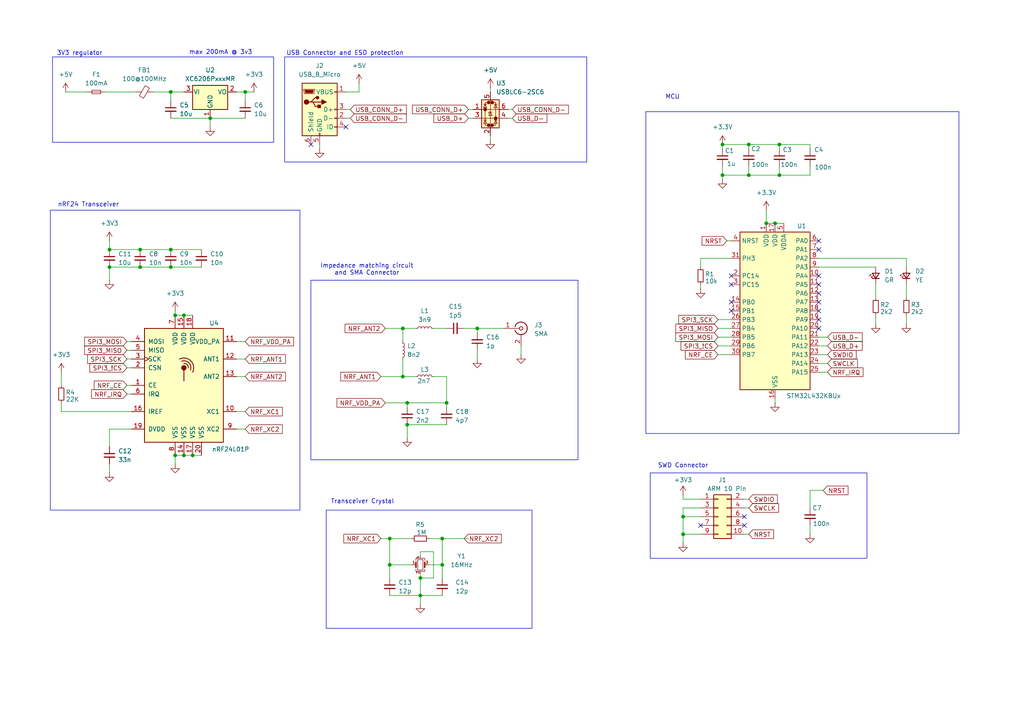
<source format=kicad_sch>
(kicad_sch (version 20231120) (generator "eeschema") (generator_version "8.0")
  (paper "A4")
  (title_block (title "STM32_Based_RF_BOARD") (date "2024-11-16") (company "Sartha'k Lab"))
  (lib_symbols
    (symbol "Connector:Conn_Coaxial" (pin_names (offset 1.016) hide)
      (property "Reference" "J" (at 0.254 3.048 0))
      (property "Value" "Conn_Coaxial" (at 2.921 0 90))
      (symbol "Conn_Coaxial_0_1"
        (arc (start -1.778 -0.508) (mid 0.2311 -1.8066) (end 1.778 0) (stroke (width 0.254)))
        (polyline (pts (xy -2.54 0) (xy -0.508 0)))
        (polyline (pts (xy 0 -2.54) (xy 0 -1.778)))
        (circle (center 0 0) (radius 0.508) (stroke (width 0.2032)))
        (arc (start 1.778 0) (mid 0.2099 1.8101) (end -1.778 0.508) (stroke (width 0.254)))
      )
      (symbol "Conn_Coaxial_1_1"
        (pin passive line (at -5.08 0 0) (length 2.54) (name "In") (number "1"))
        (pin passive line (at 0 -5.08 90) (length 2.54) (name "Ext") (number "2"))
      )
    )
    (symbol "Connector:USB_B_Micro" (pin_names (offset 1.016))
      (property "Reference" "J" (at -5.08 11.43 0))
      (property "Value" "USB_B_Micro" (at -5.08 8.89 0))
      (symbol "USB_B_Micro_0_1"
        (rectangle (start -5.08 -7.62) (end 5.08 7.62) (stroke (width 0.254)) (fill (type background)))
        (circle (center -3.81 2.159) (radius 0.635) (stroke (width 0.254)) (fill (type outline)))
        (circle (center -0.635 3.429) (radius 0.381) (stroke (width 0.254)) (fill (type outline)))
        (rectangle (start -0.127 -7.62) (end 0.127 -6.858))
        (polyline (pts (xy -1.905 2.159) (xy 0.635 2.159)) (stroke (width 0.254)))
        (polyline (pts (xy -3.175 2.159) (xy -2.54 2.159) (xy -1.27 3.429) (xy -0.635 3.429)) (stroke (width 0.254)))
        (polyline (pts (xy -2.54 2.159) (xy -1.905 2.159) (xy -1.27 0.889) (xy 0 0.889)) (stroke (width 0.254)))
        (polyline (pts (xy 0.635 2.794) (xy 0.635 1.524) (xy 1.905 2.159) (xy 0.635 2.794)) (stroke (width 0.254)) (fill (type outline)))
        (polyline (pts (xy -4.318 5.588) (xy -1.778 5.588) (xy -2.032 4.826) (xy -4.064 4.826) (xy -4.318 5.588)) (fill (type outline)))
        (polyline (pts (xy -4.699 5.842) (xy -4.699 5.588) (xy -4.445 4.826) (xy -4.445 4.572) (xy -1.651 4.572) (xy -1.651 4.826) (xy -1.397 5.588) (xy -1.397 5.842) (xy -4.699 5.842)))
        (rectangle (start 0.254 1.27) (end -0.508 0.508) (stroke (width 0.254)) (fill (type outline)))
        (rectangle (start 5.08 -5.207) (end 4.318 -4.953))
        (rectangle (start 5.08 -2.667) (end 4.318 -2.413))
        (rectangle (start 5.08 -0.127) (end 4.318 0.127))
        (rectangle (start 5.08 4.953) (end 4.318 5.207))
      )
      (symbol "USB_B_Micro_1_1"
        (pin power_out line (at 7.62 5.08 180) (length 2.54) (name "VBUS") (number "1"))
        (pin bidirectional line (at 7.62 -2.54 180) (length 2.54) (name "D-") (number "2"))
        (pin bidirectional line (at 7.62 0 180) (length 2.54) (name "D+") (number "3"))
        (pin passive line (at 7.62 -5.08 180) (length 2.54) (name "ID") (number "4"))
        (pin power_out line (at 0 -10.16 90) (length 2.54) (name "GND") (number "5"))
        (pin passive line (at -2.54 -10.16 90) (length 2.54) (name "Shield") (number "6"))
      )
    )
    (symbol "Connector_Generic:Conn_02x05_Odd_Even" (pin_names (offset 1.016) hide)
      (property "Reference" "J" (at 1.27 7.62 0))
      (property "Value" "Conn_02x05_Odd_Even" (at 1.27 -7.62 0))
      (symbol "Conn_02x05_Odd_Even_1_1"
        (rectangle (start -1.27 -4.953) (end 0 -5.207) (stroke (width 0.1524)))
        (rectangle (start -1.27 -2.413) (end 0 -2.667) (stroke (width 0.1524)))
        (rectangle (start -1.27 0.127) (end 0 -0.127) (stroke (width 0.1524)))
        (rectangle (start -1.27 2.667) (end 0 2.413) (stroke (width 0.1524)))
        (rectangle (start -1.27 5.207) (end 0 4.953) (stroke (width 0.1524)))
        (rectangle (start -1.27 6.35) (end 3.81 -6.35) (stroke (width 0.254)) (fill (type background)))
        (rectangle (start 3.81 -4.953) (end 2.54 -5.207) (stroke (width 0.1524)))
        (rectangle (start 3.81 -2.413) (end 2.54 -2.667) (stroke (width 0.1524)))
        (rectangle (start 3.81 0.127) (end 2.54 -0.127) (stroke (width 0.1524)))
        (rectangle (start 3.81 2.667) (end 2.54 2.413) (stroke (width 0.1524)))
        (rectangle (start 3.81 5.207) (end 2.54 4.953) (stroke (width 0.1524)))
        (pin passive line (at -5.08 5.08 0) (length 3.81) (name "Pin_1") (number "1"))
        (pin passive line (at 7.62 -5.08 180) (length 3.81) (name "Pin_10") (number "10"))
        (pin passive line (at 7.62 5.08 180) (length 3.81) (name "Pin_2") (number "2"))
        (pin passive line (at -5.08 2.54 0) (length 3.81) (name "Pin_3") (number "3"))
        (pin passive line (at 7.62 2.54 180) (length 3.81) (name "Pin_4") (number "4"))
        (pin passive line (at -5.08 0 0) (length 3.81) (name "Pin_5") (number "5"))
        (pin passive line (at 7.62 0 180) (length 3.81) (name "Pin_6") (number "6"))
        (pin passive line (at -5.08 -2.54 0) (length 3.81) (name "Pin_7") (number "7"))
        (pin passive line (at 7.62 -2.54 180) (length 3.81) (name "Pin_8") (number "8"))
        (pin passive line (at -5.08 -5.08 0) (length 3.81) (name "Pin_9") (number "9"))
      )
    )
    (symbol "Device:C_Small" (pin_numbers hide) (pin_names (offset 0.254) hide)
      (property "Reference" "C" (at 0.254 1.778 0))
      (property "Value" "C_Small" (at 0.254 -2.032 0))
      (symbol "C_Small_0_1"
        (polyline (pts (xy -1.524 -0.508) (xy 1.524 -0.508)) (stroke (width 0.3302)))
        (polyline (pts (xy -1.524 0.508) (xy 1.524 0.508)) (stroke (width 0.3048)))
      )
      (symbol "C_Small_1_1"
        (pin passive line (at 0 2.54 270) (length 2.032) (name "~") (number "1"))
        (pin passive line (at 0 -2.54 90) (length 2.032) (name "~") (number "2"))
      )
    )
    (symbol "Device:Crystal_GND24_Small" (pin_names (offset 1.016) hide)
      (property "Reference" "Y" (at 1.27 4.445 0))
      (property "Value" "Crystal_GND24_Small" (at 1.27 2.54 0))
      (symbol "Crystal_GND24_Small_0_1"
        (rectangle (start -0.762 -1.524) (end 0.762 1.524))
        (polyline (pts (xy -1.27 -0.762) (xy -1.27 0.762)) (stroke (width 0.381)))
        (polyline (pts (xy 1.27 -0.762) (xy 1.27 0.762)) (stroke (width 0.381)))
        (polyline (pts (xy -1.27 -1.27) (xy -1.27 -1.905) (xy 1.27 -1.905) (xy 1.27 -1.27)))
        (polyline (pts (xy -1.27 1.27) (xy -1.27 1.905) (xy 1.27 1.905) (xy 1.27 1.27)))
      )
      (symbol "Crystal_GND24_Small_1_1"
        (pin passive line (at -2.54 0 0) (length 1.27) (name "1") (number "1"))
        (pin passive line (at 0 -2.54 90) (length 0.635) (name "2") (number "2"))
        (pin passive line (at 2.54 0 180) (length 1.27) (name "3") (number "3"))
        (pin passive line (at 0 2.54 270) (length 0.635) (name "4") (number "4"))
      )
    )
    (symbol "Device:FerriteBead_Small" (pin_numbers hide) (pin_names (offset 0))
      (property "Reference" "FB" (at 1.905 1.27 0))
      (property "Value" "FerriteBead_Small" (at 1.905 -1.27 0))
      (symbol "FerriteBead_Small_0_1"
        (polyline (pts (xy 0 -1.27) (xy 0 -0.7874)))
        (polyline (pts (xy 0 0.889) (xy 0 1.2954)))
        (polyline (pts (xy -1.8288 0.2794) (xy -1.1176 1.4986) (xy 1.8288 -0.2032) (xy 1.1176 -1.4224) (xy -1.8288 0.2794)))
      )
      (symbol "FerriteBead_Small_1_1"
        (pin passive line (at 0 2.54 270) (length 1.27) (name "~") (number "1"))
        (pin passive line (at 0 -2.54 90) (length 1.27) (name "~") (number "2"))
      )
    )
    (symbol "Device:Fuse_Small" (pin_numbers hide) (pin_names (offset 0.254) hide)
      (property "Reference" "F" (at 0 -1.524 0))
      (property "Value" "Fuse_Small" (at 0 1.524 0))
      (symbol "Fuse_Small_0_1"
        (rectangle (start -1.27 0.508) (end 1.27 -0.508))
        (polyline (pts (xy -1.27 0) (xy 1.27 0)))
      )
      (symbol "Fuse_Small_1_1"
        (pin passive line (at -2.54 0 0) (length 1.27) (name "~") (number "1"))
        (pin passive line (at 2.54 0 180) (length 1.27) (name "~") (number "2"))
      )
    )
    (symbol "Device:LED_Small" (pin_numbers hide) (pin_names (offset 0.254) hide)
      (property "Reference" "D" (at -1.27 3.175 0))
      (property "Value" "LED_Small" (at -4.445 -2.54 0))
      (symbol "LED_Small_0_1"
        (polyline (pts (xy -0.762 -1.016) (xy -0.762 1.016)) (stroke (width 0.254)))
        (polyline (pts (xy 1.016 0) (xy -0.762 0)))
        (polyline (pts (xy 0.762 -1.016) (xy -0.762 0) (xy 0.762 1.016) (xy 0.762 -1.016)) (stroke (width 0.254)))
        (polyline (pts (xy 0 0.762) (xy -0.508 1.27) (xy -0.254 1.27) (xy -0.508 1.27) (xy -0.508 1.016)))
        (polyline (pts (xy 0.508 1.27) (xy 0 1.778) (xy 0.254 1.778) (xy 0 1.778) (xy 0 1.524)))
      )
      (symbol "LED_Small_1_1"
        (pin passive line (at -2.54 0 0) (length 1.778) (name "K") (number "1"))
        (pin passive line (at 2.54 0 180) (length 1.778) (name "A") (number "2"))
      )
    )
    (symbol "Device:L_Small" (pin_numbers hide) (pin_names (offset 0.254) hide)
      (property "Reference" "L" (at 0.762 1.016 0))
      (property "Value" "L_Small" (at 0.762 -1.016 0))
      (symbol "L_Small_0_1"
        (arc (start 0 -2.032) (mid 0.5058 -1.524) (end 0 -1.016))
        (arc (start 0 -1.016) (mid 0.5058 -0.508) (end 0 0))
        (arc (start 0 0) (mid 0.5058 0.508) (end 0 1.016))
        (arc (start 0 1.016) (mid 0.5058 1.524) (end 0 2.032))
      )
      (symbol "L_Small_1_1"
        (pin passive line (at 0 2.54 270) (length 0.508) (name "~") (number "1"))
        (pin passive line (at 0 -2.54 90) (length 0.508) (name "~") (number "2"))
      )
    )
    (symbol "Device:R_Small" (pin_numbers hide) (pin_names (offset 0.254) hide)
      (property "Reference" "R" (at 0.762 0.508 0))
      (property "Value" "R_Small" (at 0.762 -1.016 0))
      (symbol "R_Small_0_1"
        (rectangle (start -0.762 1.778) (end 0.762 -1.778) (stroke (width 0.2032)))
      )
      (symbol "R_Small_1_1"
        (pin passive line (at 0 2.54 270) (length 0.762) (name "~") (number "1"))
        (pin passive line (at 0 -2.54 90) (length 0.762) (name "~") (number "2"))
      )
    )
    (symbol "MCU_ST_STM32L4:STM32L432KBUx"
      (property "Reference" "U" (at -10.16 24.13 0))
      (property "Value" "STM32L432KBUx" (at 5.08 24.13 0))
      (symbol "STM32L432KBUx_0_1"
        (rectangle (start -10.16 -22.86) (end 10.16 22.86) (stroke (width 0.254)) (fill (type background)))
      )
      (symbol "STM32L432KBUx_1_1"
        (pin power_in line (at -2.54 25.4 270) (length 2.54) (name "VDD") (number "1"))
        (pin bidirectional line (at 12.7 10.16 180) (length 2.54) (name "PA4") (number "10"))
        (pin bidirectional line (at 12.7 7.62 180) (length 2.54) (name "PA5") (number "11"))
        (pin bidirectional line (at 12.7 5.08 180) (length 2.54) (name "PA6") (number "12"))
        (pin bidirectional line (at 12.7 2.54 180) (length 2.54) (name "PA7") (number "13"))
        (pin bidirectional line (at -12.7 2.54 0) (length 2.54) (name "PB0") (number "14"))
        (pin bidirectional line (at -12.7 0 0) (length 2.54) (name "PB1") (number "15"))
        (pin power_in line (at 0 -25.4 90) (length 2.54) (name "VSS") (number "16"))
        (pin power_in line (at 0 25.4 270) (length 2.54) (name "VDD") (number "17"))
        (pin bidirectional line (at 12.7 0 180) (length 2.54) (name "PA8") (number "18"))
        (pin bidirectional line (at 12.7 -2.54 180) (length 2.54) (name "PA9") (number "19"))
        (pin bidirectional line (at -12.7 10.16 0) (length 2.54) (name "PC14") (number "2"))
        (pin bidirectional line (at 12.7 -5.08 180) (length 2.54) (name "PA10") (number "20"))
        (pin bidirectional line (at 12.7 -7.62 180) (length 2.54) (name "PA11") (number "21"))
        (pin bidirectional line (at 12.7 -10.16 180) (length 2.54) (name "PA12") (number "22"))
        (pin bidirectional line (at 12.7 -12.7 180) (length 2.54) (name "PA13") (number "23"))
        (pin bidirectional line (at 12.7 -15.24 180) (length 2.54) (name "PA14") (number "24"))
        (pin bidirectional line (at 12.7 -17.78 180) (length 2.54) (name "PA15") (number "25"))
        (pin bidirectional line (at -12.7 -2.54 0) (length 2.54) (name "PB3") (number "26"))
        (pin bidirectional line (at -12.7 -5.08 0) (length 2.54) (name "PB4") (number "27"))
        (pin bidirectional line (at -12.7 -7.62 0) (length 2.54) (name "PB5") (number "28"))
        (pin bidirectional line (at -12.7 -10.16 0) (length 2.54) (name "PB6") (number "29"))
        (pin bidirectional line (at -12.7 7.62 0) (length 2.54) (name "PC15") (number "3"))
        (pin bidirectional line (at -12.7 -12.7 0) (length 2.54) (name "PB7") (number "30"))
        (pin bidirectional line (at -12.7 15.24 0) (length 2.54) (name "PH3") (number "31"))
        (pin passive line (at 0 -25.4 90) (length 2.54) hide (name "VSS") (number "32"))
        (pin passive line (at 0 -25.4 90) (length 2.54) hide (name "VSS") (number "33"))
        (pin input line (at -12.7 20.32 0) (length 2.54) (name "NRST") (number "4"))
        (pin power_in line (at 2.54 25.4 270) (length 2.54) (name "VDDA") (number "5"))
        (pin bidirectional line (at 12.7 20.32 180) (length 2.54) (name "PA0") (number "6"))
        (pin bidirectional line (at 12.7 17.78 180) (length 2.54) (name "PA1") (number "7"))
        (pin bidirectional line (at 12.7 15.24 180) (length 2.54) (name "PA2") (number "8"))
        (pin bidirectional line (at 12.7 12.7 180) (length 2.54) (name "PA3") (number "9"))
      )
    )
    (symbol "Power_Protection:USBLC6-2SC6" (pin_names hide)
      (property "Reference" "U" (at 0.635 5.715 0))
      (property "Value" "USBLC6-2SC6" (at 0.635 3.81 0))
      (symbol "USBLC6-2SC6_0_0"
        (circle (center -1.524 0) (radius 0.0001) (stroke (width 0.508)))
        (circle (center -0.508 -4.572) (radius 0.0001) (stroke (width 0.508)))
        (circle (center -0.508 2.032) (radius 0.0001) (stroke (width 0.508)))
        (circle (center 0.508 -4.572) (radius 0.0001) (stroke (width 0.508)))
        (circle (center 0.508 2.032) (radius 0.0001) (stroke (width 0.508)))
        (circle (center 1.524 -2.54) (radius 0.0001) (stroke (width 0.508)))
      )
      (symbol "USBLC6-2SC6_0_1"
        (polyline (pts (xy -2.54 -2.54) (xy 2.54 -2.54)))
        (polyline (pts (xy -2.54 0) (xy 2.54 0)))
        (polyline (pts (xy -2.032 -3.048) (xy -1.016 -3.048)))
        (polyline (pts (xy -1.016 1.524) (xy -2.032 1.524)))
        (polyline (pts (xy 1.016 -3.048) (xy 2.032 -3.048)))
        (polyline (pts (xy 1.016 1.524) (xy 2.032 1.524)))
        (polyline (pts (xy -0.508 -1.143) (xy -0.508 -0.762) (xy 0.508 -0.762)))
        (polyline (pts (xy -2.032 0.508) (xy -1.016 0.508) (xy -1.524 1.524) (xy -2.032 0.508)))
        (polyline (pts (xy -1.016 -4.064) (xy -2.032 -4.064) (xy -1.524 -3.048) (xy -1.016 -4.064)))
        (polyline (pts (xy 0.508 -1.778) (xy -0.508 -1.778) (xy 0 -0.762) (xy 0.508 -1.778)))
        (polyline (pts (xy 2.032 -4.064) (xy 1.016 -4.064) (xy 1.524 -3.048) (xy 2.032 -4.064)))
        (polyline (pts (xy 2.032 0.508) (xy 1.016 0.508) (xy 1.524 1.524) (xy 2.032 0.508)))
        (polyline (pts (xy 0 2.54) (xy -0.508 2.032) (xy 0.508 2.032) (xy 0 1.524) (xy 0 -4.064) (xy -0.508 -4.572) (xy 0.508 -4.572) (xy 0 -5.08)))
      )
      (symbol "USBLC6-2SC6_1_1"
        (rectangle (start -2.54 2.794) (end 2.54 -5.334) (stroke (width 0.254)) (fill (type background)))
        (polyline (pts (xy -0.508 2.032) (xy -1.524 2.032) (xy -1.524 -4.572) (xy -0.508 -4.572)))
        (polyline (pts (xy 0.508 -4.572) (xy 1.524 -4.572) (xy 1.524 2.032) (xy 0.508 2.032)))
        (pin passive line (at -5.08 0 0) (length 2.54) (name "I/O1") (number "1"))
        (pin passive line (at 0 -7.62 90) (length 2.54) (name "GND") (number "2"))
        (pin passive line (at -5.08 -2.54 0) (length 2.54) (name "I/O2") (number "3"))
        (pin passive line (at 5.08 -2.54 180) (length 2.54) (name "I/O2") (number "4"))
        (pin passive line (at 0 5.08 270) (length 2.54) (name "VBUS") (number "5"))
        (pin passive line (at 5.08 0 180) (length 2.54) (name "I/O1") (number "6"))
      )
    )
    (symbol "RF:nRF24L01P" (pin_names (offset 1.016))
      (property "Reference" "U" (at -11.43 17.78 0))
      (property "Value" "nRF24L01P" (at 5.08 17.78 0))
      (symbol "nRF24L01P_0_1"
        (rectangle (start -11.43 16.51) (end 11.43 -16.51) (stroke (width 0.254)) (fill (type background)))
        (polyline (pts (xy 0 4.445) (xy 0 1.27)) (stroke (width 0.254)))
        (circle (center 0 5.08) (radius 0.635) (stroke (width 0.254)) (fill (type outline)))
        (arc (start 1.27 5.08) (mid 0.9071 5.9946) (end 0 6.35) (stroke (width 0.254)))
        (arc (start 1.905 4.445) (mid 1.4313 6.5254) (end -0.635 6.985) (stroke (width 0.254)))
        (arc (start 2.54 3.81) (mid 2.008 7.088) (end -1.27 7.62) (stroke (width 0.254)))
        (rectangle (start 11.43 -13.97) (end 11.43 -13.97))
      )
      (symbol "nRF24L01P_1_1"
        (pin input line (at -15.24 0 0) (length 3.81) (name "CE") (number "1"))
        (pin passive line (at 15.24 -7.62 180) (length 3.81) (name "XC1") (number "10"))
        (pin power_out line (at 15.24 12.7 180) (length 3.81) (name "VDD_PA") (number "11"))
        (pin passive line (at 15.24 7.62 180) (length 3.81) (name "ANT1") (number "12"))
        (pin passive line (at 15.24 2.54 180) (length 3.81) (name "ANT2") (number "13"))
        (pin power_in line (at 0 -20.32 90) (length 3.81) (name "VSS") (number "14"))
        (pin power_in line (at 0 20.32 270) (length 3.81) (name "VDD") (number "15"))
        (pin passive line (at -15.24 -7.62 0) (length 3.81) (name "IREF") (number "16"))
        (pin power_in line (at 2.54 -20.32 90) (length 3.81) (name "VSS") (number "17"))
        (pin power_in line (at 2.54 20.32 270) (length 3.81) (name "VDD") (number "18"))
        (pin power_out line (at -15.24 -12.7 0) (length 3.81) (name "DVDD") (number "19"))
        (pin input line (at -15.24 5.08 0) (length 3.81) (name "CSN") (number "2"))
        (pin power_in line (at 5.08 -20.32 90) (length 3.81) (name "VSS") (number "20"))
        (pin input clock (at -15.24 7.62 0) (length 3.81) (name "SCK") (number "3"))
        (pin input line (at -15.24 12.7 0) (length 3.81) (name "MOSI") (number "4"))
        (pin output line (at -15.24 10.16 0) (length 3.81) (name "MISO") (number "5"))
        (pin output line (at -15.24 -2.54 0) (length 3.81) (name "IRQ") (number "6"))
        (pin power_in line (at -2.54 20.32 270) (length 3.81) (name "VDD") (number "7"))
        (pin power_in line (at -2.54 -20.32 90) (length 3.81) (name "VSS") (number "8"))
        (pin passive line (at 15.24 -12.7 180) (length 3.81) (name "XC2") (number "9"))
      )
    )
    (symbol "Regulator_Linear:XC6206PxxxMR" (pin_names (offset 0.254))
      (property "Reference" "U" (at -3.81 3.175 0))
      (property "Value" "XC6206PxxxMR" (at 0 3.175 0))
      (symbol "XC6206PxxxMR_0_1"
        (rectangle (start -5.08 1.905) (end 5.08 -5.08) (stroke (width 0.254)) (fill (type background)))
      )
      (symbol "XC6206PxxxMR_1_1"
        (pin power_in line (at 0 -7.62 90) (length 2.54) (name "GND") (number "1"))
        (pin power_out line (at 7.62 0 180) (length 2.54) (name "VO") (number "2"))
        (pin power_in line (at -7.62 0 0) (length 2.54) (name "VI") (number "3"))
      )
    )
    (symbol "power:+3.3V" (power) (pin_numbers hide) (pin_names (offset 0) hide)
      (property "Value" "+3.3V" (at 0 3.556 0))
      (symbol "+3.3V_0_1"
        (polyline (pts (xy -0.762 1.27) (xy 0 2.54)))
        (polyline (pts (xy 0 0) (xy 0 2.54)))
        (polyline (pts (xy 0 2.54) (xy 0.762 1.27)))
      )
      (symbol "+3.3V_1_1"
        (pin power_in line (at 0 0 90) (length 0) (name "~") (number "1"))
      )
    )
    (symbol "power:+3V3" (power) (pin_numbers hide) (pin_names (offset 0) hide)
      (property "Value" "+3V3" (at 0 3.556 0))
      (symbol "+3V3_0_1"
        (polyline (pts (xy -0.762 1.27) (xy 0 2.54)))
        (polyline (pts (xy 0 0) (xy 0 2.54)))
        (polyline (pts (xy 0 2.54) (xy 0.762 1.27)))
      )
      (symbol "+3V3_1_1"
        (pin power_in line (at 0 0 90) (length 0) (name "~") (number "1"))
      )
    )
    (symbol "power:+5V" (power) (pin_numbers hide) (pin_names (offset 0) hide)
      (property "Value" "+5V" (at 0 3.556 0))
      (symbol "+5V_0_1"
        (polyline (pts (xy -0.762 1.27) (xy 0 2.54)))
        (polyline (pts (xy 0 0) (xy 0 2.54)))
        (polyline (pts (xy 0 2.54) (xy 0.762 1.27)))
      )
      (symbol "+5V_1_1"
        (pin power_in line (at 0 0 90) (length 0) (name "~") (number "1"))
      )
    )
    (symbol "power:GND" (power) (pin_numbers hide) (pin_names (offset 0) hide)
      (property "Value" "GND" (at 0 -3.81 0))
      (symbol "GND_0_1"
        (polyline (pts (xy 0 0) (xy 0 -1.27) (xy 1.27 -1.27) (xy 0 -2.54) (xy -1.27 -1.27) (xy 0 -1.27)))
      )
      (symbol "GND_1_1"
        (pin power_in line (at 0 0 270) (length 0) (name "~") (number "1"))
      )
    )
  )
  (junction (at 217.17 50.8))
  (junction (at 217.17 41.91))
  (junction (at 50.8 132.08))
  (junction (at 55.88 132.08))
  (junction (at 49.53 72.39))
  (junction (at 50.8 91.44))
  (junction (at 121.92 167.64))
  (junction (at 31.75 77.47))
  (junction (at 198.12 154.94))
  (junction (at 138.43 95.25))
  (junction (at 31.75 72.39))
  (junction (at 129.54 116.84))
  (junction (at 118.11 123.19))
  (junction (at 60.96 34.29))
  (junction (at 53.34 132.08))
  (junction (at 49.53 77.47))
  (junction (at 128.27 156.21))
  (junction (at 222.25 64.77))
  (junction (at 224.79 64.77))
  (junction (at 40.64 77.47))
  (junction (at 226.06 50.8))
  (junction (at 226.06 41.91))
  (junction (at 128.27 163.83))
  (junction (at 49.53 26.67))
  (junction (at 71.12 26.67))
  (junction (at 209.55 50.8))
  (junction (at 113.03 163.83))
  (junction (at 113.03 156.21))
  (junction (at 116.84 95.25))
  (junction (at 198.12 149.86))
  (junction (at 118.11 116.84))
  (junction (at 116.84 109.22))
  (junction (at 209.55 41.91))
  (junction (at 53.34 91.44))
  (junction (at 40.64 72.39))
  (junction (at 121.92 172.72))
  (no_connect (at 237.49 82.55))
  (no_connect (at 100.33 36.83))
  (no_connect (at 215.9 149.86))
  (no_connect (at 237.49 80.01))
  (no_connect (at 215.9 152.4))
  (no_connect (at 212.09 90.17))
  (no_connect (at 212.09 80.01))
  (no_connect (at 212.09 82.55))
  (no_connect (at 237.49 69.85))
  (no_connect (at 237.49 87.63))
  (no_connect (at 237.49 90.17))
  (no_connect (at 237.49 72.39))
  (no_connect (at 203.2 152.4))
  (no_connect (at 237.49 85.09))
  (no_connect (at 90.17 41.91))
  (no_connect (at 237.49 92.71))
  (no_connect (at 212.09 87.63))
  (no_connect (at 237.49 95.25))
  (wire (pts (xy 208.28 97.79) (xy 212.09 97.79)))
  (wire (pts (xy 215.9 154.94) (xy 217.17 154.94)))
  (wire (pts (xy 125.73 167.64) (xy 121.92 167.64)))
  (wire (pts (xy 142.24 25.4) (xy 142.24 26.67)))
  (wire (pts (xy 151.13 100.33) (xy 151.13 102.87)))
  (wire (pts (xy 129.54 109.22) (xy 129.54 116.84)))
  (wire (pts (xy 226.06 41.91) (xy 234.95 41.91)))
  (wire (pts (xy 209.55 48.26) (xy 209.55 50.8)))
  (wire (pts (xy 124.46 163.83) (xy 128.27 163.83)))
  (wire (pts (xy 17.78 116.84) (xy 17.78 119.38)))
  (wire (pts (xy 113.03 156.21) (xy 113.03 163.83)))
  (wire (pts (xy 198.12 149.86) (xy 203.2 149.86)))
  (wire (pts (xy 60.96 34.29) (xy 71.12 34.29)))
  (wire (pts (xy 224.79 115.57) (xy 224.79 116.84)))
  (wire (pts (xy 121.92 172.72) (xy 121.92 175.26)))
  (wire (pts (xy 53.34 91.44) (xy 55.88 91.44)))
  (wire (pts (xy 68.58 99.06) (xy 71.12 99.06)))
  (wire (pts (xy 138.43 95.25) (xy 146.05 95.25)))
  (wire (pts (xy 262.89 74.93) (xy 262.89 77.47)))
  (wire (pts (xy 118.11 127) (xy 118.11 123.19)))
  (wire (pts (xy 19.05 26.67) (xy 25.4 26.67)))
  (wire (pts (xy 92.71 41.91) (xy 92.71 43.18)))
  (wire (pts (xy 68.58 104.14) (xy 71.12 104.14)))
  (wire (pts (xy 121.92 172.72) (xy 128.27 172.72)))
  (wire (pts (xy 36.83 104.14) (xy 38.1 104.14)))
  (wire (pts (xy 135.89 31.75) (xy 137.16 31.75)))
  (wire (pts (xy 198.12 147.32) (xy 198.12 149.86)))
  (wire (pts (xy 222.25 60.96) (xy 222.25 64.77)))
  (wire (pts (xy 50.8 90.17) (xy 50.8 91.44)))
  (wire (pts (xy 208.28 92.71) (xy 212.09 92.71)))
  (wire (pts (xy 237.49 107.95) (xy 240.03 107.95)))
  (wire (pts (xy 198.12 154.94) (xy 203.2 154.94)))
  (wire (pts (xy 147.32 34.29) (xy 148.59 34.29)))
  (wire (pts (xy 121.92 160.02) (xy 125.73 160.02)))
  (wire (pts (xy 203.2 82.55) (xy 203.2 83.82)))
  (wire (pts (xy 215.9 144.78) (xy 217.17 144.78)))
  (wire (pts (xy 113.03 156.21) (xy 119.38 156.21)))
  (wire (pts (xy 198.12 154.94) (xy 198.12 157.48)))
  (wire (pts (xy 237.49 102.87) (xy 240.03 102.87)))
  (wire (pts (xy 203.2 74.93) (xy 203.2 77.47)))
  (wire (pts (xy 226.06 41.91) (xy 226.06 43.18)))
  (wire (pts (xy 209.55 41.91) (xy 217.17 41.91)))
  (wire (pts (xy 53.34 132.08) (xy 55.88 132.08)))
  (wire (pts (xy 116.84 109.22) (xy 120.65 109.22)))
  (wire (pts (xy 17.78 119.38) (xy 38.1 119.38)))
  (wire (pts (xy 100.33 31.75) (xy 101.6 31.75)))
  (wire (pts (xy 104.14 26.67) (xy 100.33 26.67)))
  (wire (pts (xy 125.73 109.22) (xy 129.54 109.22)))
  (wire (pts (xy 254 82.55) (xy 254 86.36)))
  (wire (pts (xy 111.76 95.25) (xy 116.84 95.25)))
  (wire (pts (xy 36.83 99.06) (xy 38.1 99.06)))
  (wire (pts (xy 138.43 95.25) (xy 138.43 96.52)))
  (wire (pts (xy 198.12 144.78) (xy 203.2 144.78)))
  (wire (pts (xy 36.83 114.3) (xy 38.1 114.3)))
  (wire (pts (xy 237.49 74.93) (xy 262.89 74.93)))
  (wire (pts (xy 129.54 116.84) (xy 129.54 118.11)))
  (wire (pts (xy 17.78 107.95) (xy 17.78 111.76)))
  (wire (pts (xy 210.82 69.85) (xy 212.09 69.85)))
  (wire (pts (xy 40.64 77.47) (xy 49.53 77.47)))
  (wire (pts (xy 38.1 124.46) (xy 31.75 124.46)))
  (wire (pts (xy 110.49 109.22) (xy 116.84 109.22)))
  (wire (pts (xy 36.83 101.6) (xy 38.1 101.6)))
  (wire (pts (xy 254 91.44) (xy 254 93.98)))
  (wire (pts (xy 113.03 163.83) (xy 119.38 163.83)))
  (wire (pts (xy 124.46 156.21) (xy 128.27 156.21)))
  (wire (pts (xy 68.58 124.46) (xy 71.12 124.46)))
  (wire (pts (xy 50.8 91.44) (xy 53.34 91.44)))
  (wire (pts (xy 215.9 147.32) (xy 217.17 147.32)))
  (wire (pts (xy 203.2 147.32) (xy 198.12 147.32)))
  (wire (pts (xy 224.79 64.77) (xy 227.33 64.77)))
  (wire (pts (xy 125.73 160.02) (xy 125.73 167.64)))
  (wire (pts (xy 116.84 104.14) (xy 116.84 109.22)))
  (wire (pts (xy 71.12 26.67) (xy 73.66 26.67)))
  (wire (pts (xy 237.49 77.47) (xy 254 77.47)))
  (wire (pts (xy 198.12 149.86) (xy 198.12 154.94)))
  (wire (pts (xy 121.92 166.37) (xy 121.92 167.64)))
  (wire (pts (xy 209.55 50.8) (xy 217.17 50.8)))
  (wire (pts (xy 31.75 134.62) (xy 31.75 137.16)))
  (wire (pts (xy 226.06 48.26) (xy 226.06 50.8)))
  (wire (pts (xy 208.28 102.87) (xy 212.09 102.87)))
  (wire (pts (xy 40.64 72.39) (xy 49.53 72.39)))
  (wire (pts (xy 111.76 116.84) (xy 118.11 116.84)))
  (wire (pts (xy 36.83 106.68) (xy 38.1 106.68)))
  (wire (pts (xy 198.12 143.51) (xy 198.12 144.78)))
  (wire (pts (xy 30.48 26.67) (xy 39.37 26.67)))
  (wire (pts (xy 121.92 167.64) (xy 121.92 172.72)))
  (wire (pts (xy 110.49 156.21) (xy 113.03 156.21)))
  (wire (pts (xy 116.84 95.25) (xy 116.84 99.06)))
  (wire (pts (xy 217.17 41.91) (xy 217.17 43.18)))
  (wire (pts (xy 116.84 95.25) (xy 120.65 95.25)))
  (wire (pts (xy 118.11 116.84) (xy 118.11 118.11)))
  (wire (pts (xy 31.75 77.47) (xy 40.64 77.47)))
  (wire (pts (xy 125.73 95.25) (xy 129.54 95.25)))
  (wire (pts (xy 104.14 24.13) (xy 104.14 26.67)))
  (wire (pts (xy 100.33 34.29) (xy 101.6 34.29)))
  (wire (pts (xy 209.55 43.18) (xy 209.55 41.91)))
  (wire (pts (xy 128.27 156.21) (xy 135.89 156.21)))
  (wire (pts (xy 138.43 101.6) (xy 138.43 104.14)))
  (wire (pts (xy 234.95 152.4) (xy 234.95 154.94)))
  (wire (pts (xy 237.49 105.41) (xy 240.03 105.41)))
  (wire (pts (xy 262.89 91.44) (xy 262.89 93.98)))
  (wire (pts (xy 60.96 34.29) (xy 60.96 36.83)))
  (wire (pts (xy 121.92 161.29) (xy 121.92 160.02)))
  (wire (pts (xy 135.89 34.29) (xy 137.16 34.29)))
  (wire (pts (xy 113.03 172.72) (xy 121.92 172.72)))
  (wire (pts (xy 31.75 124.46) (xy 31.75 129.54)))
  (wire (pts (xy 50.8 132.08) (xy 53.34 132.08)))
  (wire (pts (xy 128.27 163.83) (xy 128.27 167.64)))
  (wire (pts (xy 49.53 26.67) (xy 49.53 29.21)))
  (wire (pts (xy 217.17 41.91) (xy 226.06 41.91)))
  (wire (pts (xy 212.09 74.93) (xy 203.2 74.93)))
  (wire (pts (xy 31.75 81.28) (xy 31.75 77.47)))
  (wire (pts (xy 217.17 50.8) (xy 226.06 50.8)))
  (wire (pts (xy 262.89 82.55) (xy 262.89 86.36)))
  (wire (pts (xy 209.55 52.07) (xy 209.55 50.8)))
  (wire (pts (xy 147.32 31.75) (xy 148.59 31.75)))
  (wire (pts (xy 31.75 72.39) (xy 40.64 72.39)))
  (wire (pts (xy 71.12 29.21) (xy 71.12 26.67)))
  (wire (pts (xy 217.17 48.26) (xy 217.17 50.8)))
  (wire (pts (xy 36.83 111.76) (xy 38.1 111.76)))
  (wire (pts (xy 55.88 132.08) (xy 58.42 132.08)))
  (wire (pts (xy 49.53 26.67) (xy 53.34 26.67)))
  (wire (pts (xy 234.95 41.91) (xy 234.95 43.18)))
  (wire (pts (xy 68.58 109.22) (xy 71.12 109.22)))
  (wire (pts (xy 208.28 100.33) (xy 212.09 100.33)))
  (wire (pts (xy 238.76 142.24) (xy 234.95 142.24)))
  (wire (pts (xy 31.75 69.85) (xy 31.75 72.39)))
  (wire (pts (xy 234.95 50.8) (xy 234.95 48.26)))
  (wire (pts (xy 113.03 163.83) (xy 113.03 167.64)))
  (wire (pts (xy 237.49 97.79) (xy 240.03 97.79)))
  (wire (pts (xy 68.58 119.38) (xy 71.12 119.38)))
  (wire (pts (xy 49.53 77.47) (xy 58.42 77.47)))
  (wire (pts (xy 222.25 64.77) (xy 224.79 64.77)))
  (wire (pts (xy 49.53 72.39) (xy 58.42 72.39)))
  (wire (pts (xy 128.27 156.21) (xy 128.27 163.83)))
  (wire (pts (xy 142.24 39.37) (xy 142.24 40.64)))
  (wire (pts (xy 49.53 34.29) (xy 60.96 34.29)))
  (wire (pts (xy 50.8 132.08) (xy 50.8 134.62)))
  (wire (pts (xy 118.11 123.19) (xy 129.54 123.19)))
  (wire (pts (xy 118.11 116.84) (xy 129.54 116.84)))
  (wire (pts (xy 226.06 50.8) (xy 234.95 50.8)))
  (wire (pts (xy 208.28 95.25) (xy 212.09 95.25)))
  (wire (pts (xy 71.12 26.67) (xy 68.58 26.67)))
  (wire (pts (xy 234.95 142.24) (xy 234.95 147.32)))
  (wire (pts (xy 44.45 26.67) (xy 49.53 26.67)))
  (wire (pts (xy 237.49 100.33) (xy 240.03 100.33)))
  (wire (pts (xy 134.62 95.25) (xy 138.43 95.25)))
  (rectangle (start 90.17 81.28) (end 167.64 133.35))
  (rectangle (start 94.615 147.955) (end 154.305 182.245))
  (rectangle (start 15.24 16.51) (end 79.375 41.275))
  (rectangle (start 187.325 32.385) (end 278.13 125.73))
  (rectangle (start 188.595 137.16) (end 251.46 161.925))
  (rectangle (start 14.605 60.96) (end 86.995 147.955))
  (rectangle (start 82.55 16.51) (end 170.18 46.99))
  (text "SWD Connector\n" (at 198.12 135.128 0) (effects (font (size 1.27 1.27))))
  (text "Transceiver Crystal\n" (at 105.156 145.542 0) (effects (font (size 1.27 1.27))))
  (text "USB Connector and ESD protection\n" (at 100.076 15.494 0) (effects (font (size 1.27 1.27))))
  (text "max 200mA @ 3v3\n" (at 64.008 15.24 0) (effects (font (size 1.27 1.27))))
  (text "3V3 regulator\n\n" (at 23.114 16.51 0) (effects (font (size 1.27 1.27))))
  (text "Impedance matching circuit\nand SMA Connector" (at 106.426 78.232 0) (effects (font (size 1.27 1.27))))
  (text "MCU\n" (at 195.072 28.194 0) (effects (font (size 1.27 1.27))))
  (text "nRF24 Transceiver\n" (at 25.654 59.436 0) (effects (font (size 1.27 1.27))))
  (global_label "NRF_CE" (shape input) (at 36.83 111.76 180) (property "Intersheetrefs" "${INTERSHEET_REFS}" (effects (hide yes))))
  (global_label "SPI3_MOSI" (shape input) (at 36.83 99.06 180) (property "Intersheetrefs" "${INTERSHEET_REFS}" (effects (hide yes))))
  (global_label "NRF_XC2" (shape input) (at 134.62 156.21 0) (property "Intersheetrefs" "${INTERSHEET_REFS}" (effects (hide yes))))
  (global_label "USB_D-" (shape input) (at 148.59 34.29 0) (property "Intersheetrefs" "${INTERSHEET_REFS}" (effects (hide yes))))
  (global_label "NRF_CE" (shape input) (at 208.28 102.87 180) (property "Intersheetrefs" "${INTERSHEET_REFS}" (effects (hide yes))))
  (global_label "NRF_XC1" (shape input) (at 110.49 156.21 180) (property "Intersheetrefs" "${INTERSHEET_REFS}" (effects (hide yes))))
  (global_label "SPI3_MOSI" (shape input) (at 208.28 97.79 180) (property "Intersheetrefs" "${INTERSHEET_REFS}" (effects (hide yes))))
  (global_label "USB_D+" (shape input) (at 135.89 34.29 180) (property "Intersheetrefs" "${INTERSHEET_REFS}" (effects (hide yes))))
  (global_label "SPI3_SCK" (shape input) (at 36.83 104.14 180) (property "Intersheetrefs" "${INTERSHEET_REFS}" (effects (hide yes))))
  (global_label "USB_CONN_D+" (shape input) (at 135.89 31.75 180) (property "Intersheetrefs" "${INTERSHEET_REFS}" (effects (hide yes))))
  (global_label "SWDIO" (shape input) (at 240.03 102.87 0) (property "Intersheetrefs" "${INTERSHEET_REFS}" (effects (hide yes))))
  (global_label "SPI3_!CS" (shape input) (at 36.83 106.68 180) (property "Intersheetrefs" "${INTERSHEET_REFS}" (effects (hide yes))))
  (global_label "NRST" (shape input) (at 210.82 69.85 180) (property "Intersheetrefs" "${INTERSHEET_REFS}" (effects (hide yes))))
  (global_label "NRF_ANT2" (shape input) (at 111.76 95.25 180) (property "Intersheetrefs" "${INTERSHEET_REFS}" (effects (hide yes))))
  (global_label "NRF_XC1" (shape input) (at 71.12 119.38 0) (property "Intersheetrefs" "${INTERSHEET_REFS}" (effects (hide yes))))
  (global_label "NRF_XC2" (shape input) (at 71.12 124.46 0) (property "Intersheetrefs" "${INTERSHEET_REFS}" (effects (hide yes))))
  (global_label "USB_D-" (shape input) (at 240.03 97.79 0) (property "Intersheetrefs" "${INTERSHEET_REFS}" (effects (hide yes))))
  (global_label "NRF_ANT1" (shape input) (at 71.12 104.14 0) (property "Intersheetrefs" "${INTERSHEET_REFS}" (effects (hide yes))))
  (global_label "SPI3_MISO" (shape input) (at 208.28 95.25 180) (property "Intersheetrefs" "${INTERSHEET_REFS}" (effects (hide yes))))
  (global_label "NRF_VDD_PA" (shape input) (at 111.76 116.84 180) (property "Intersheetrefs" "${INTERSHEET_REFS}" (effects (hide yes))))
  (global_label "USB_CONN_D-" (shape input) (at 101.6 34.29 0) (property "Intersheetrefs" "${INTERSHEET_REFS}" (effects (hide yes))))
  (global_label "NRF_VDD_PA" (shape input) (at 71.12 99.06 0) (property "Intersheetrefs" "${INTERSHEET_REFS}" (effects (hide yes))))
  (global_label "SPI3_!CS" (shape input) (at 208.28 100.33 180) (property "Intersheetrefs" "${INTERSHEET_REFS}" (effects (hide yes))))
  (global_label "USB_D+" (shape input) (at 240.03 100.33 0) (property "Intersheetrefs" "${INTERSHEET_REFS}" (effects (hide yes))))
  (global_label "SWCLK" (shape input) (at 217.17 147.32 0) (property "Intersheetrefs" "${INTERSHEET_REFS}" (effects (hide yes))))
  (global_label "NRF_ANT2" (shape input) (at 71.12 109.22 0) (property "Intersheetrefs" "${INTERSHEET_REFS}" (effects (hide yes))))
  (global_label "USB_CONN_D+" (shape input) (at 101.6 31.75 0) (property "Intersheetrefs" "${INTERSHEET_REFS}" (effects (hide yes))))
  (global_label "NRST" (shape input) (at 238.76 142.24 0) (property "Intersheetrefs" "${INTERSHEET_REFS}" (effects (hide yes))))
  (global_label "SWCLK" (shape input) (at 240.03 105.41 0) (property "Intersheetrefs" "${INTERSHEET_REFS}" (effects (hide yes))))
  (global_label "SPI3_MISO" (shape input) (at 36.83 101.6 180) (property "Intersheetrefs" "${INTERSHEET_REFS}" (effects (hide yes))))
  (global_label "SPI3_SCK" (shape input) (at 208.28 92.71 180) (property "Intersheetrefs" "${INTERSHEET_REFS}" (effects (hide yes))))
  (global_label "SWDIO" (shape input) (at 217.17 144.78 0) (property "Intersheetrefs" "${INTERSHEET_REFS}" (effects (hide yes))))
  (global_label "NRF_ANT1" (shape input) (at 110.49 109.22 180) (property "Intersheetrefs" "${INTERSHEET_REFS}" (effects (hide yes))))
  (global_label "NRF_IRQ" (shape input) (at 36.83 114.3 180) (property "Intersheetrefs" "${INTERSHEET_REFS}" (effects (hide yes))))
  (global_label "NRST" (shape input) (at 217.17 154.94 0) (property "Intersheetrefs" "${INTERSHEET_REFS}" (effects (hide yes))))
  (global_label "NRF_IRQ" (shape input) (at 240.03 107.95 0) (property "Intersheetrefs" "${INTERSHEET_REFS}" (effects (hide yes))))
  (global_label "USB_CONN_D-" (shape input) (at 148.59 31.75 0) (property "Intersheetrefs" "${INTERSHEET_REFS}" (effects (hide yes))))
  (symbol (lib_id "Device:Fuse_Small") (at 27.94 26.67 0) (unit 1)
    (property "Reference" "F1" (at 27.94 21.59 0))
    (property "Value" "100mA" (at 27.94 24.13 0))
    (property "Footprint" "Fuse:Fuse_1206_3216Metric" (effects (hide yes)))
    (property "Description" "Fuse, small symbol" (effects (hide yes)))
  )
  (symbol (lib_id "power:+3V3") (at 31.75 69.85 0) (unit 1)
    (property "Reference" "#PWR020" (effects (hide yes)))
    (property "Value" "+3V3" (at 31.75 64.77 0))
    (property "Description" "Power symbol creates a global label with name \"+3V3\"" (effects (hide yes)))
  )
  (symbol (lib_id "Device:R_Small") (at 262.89 88.9 0) (unit 1)
    (property "Reference" "R3" (at 264.16 88.392 0) (effects (justify left)))
    (property "Value" "2k2" (at 264.16 90.424 0) (effects (justify left)))
    (property "Footprint" "Resistor_SMD:R_0402_1005Metric" (effects (hide yes)))
    (property "Description" "Resistor, small symbol" (effects (hide yes)))
  )
  (symbol (lib_id "Device:R_Small") (at 254 88.9 0) (unit 1)
    (property "Reference" "R2" (at 255.27 88.392 0) (effects (justify left)))
    (property "Value" "2k2" (at 255.27 90.424 0) (effects (justify left)))
    (property "Footprint" "Resistor_SMD:R_0402_1005Metric" (effects (hide yes)))
    (property "Description" "Resistor, small symbol" (effects (hide yes)))
  )
  (symbol (lib_id "power:GND") (at 203.2 83.82 0) (unit 1)
    (property "Reference" "#PWR04" (effects (hide yes)))
    (property "Value" "GND" (effects (hide yes)))
    (property "Description" "Power symbol creates a global label with name \"GND\" , ground" (effects (hide yes)))
  )
  (symbol (lib_id "power:+5V") (at 19.05 26.67 0) (unit 1)
    (property "Reference" "#PWR07" (effects (hide yes)))
    (property "Value" "+5V" (at 19.05 21.59 0))
    (property "Description" "Power symbol creates a global label with name \"+5V\"" (effects (hide yes)))
  )
  (symbol (lib_id "power:GND") (at 234.95 154.94 0) (unit 1)
    (property "Reference" "#PWR012" (effects (hide yes)))
    (property "Value" "GND" (effects (hide yes)))
    (property "Description" "Power symbol creates a global label with name \"GND\" , ground" (effects (hide yes)))
  )
  (symbol (lib_id "power:GND") (at 254 93.98 0) (unit 1)
    (property "Reference" "#PWR05" (effects (hide yes)))
    (property "Value" "GND" (effects (hide yes)))
    (property "Description" "Power symbol creates a global label with name \"GND\" , ground" (effects (hide yes)))
  )
  (symbol (lib_id "power:+3V3") (at 50.8 90.17 0) (unit 1)
    (property "Reference" "#PWR019" (effects (hide yes)))
    (property "Value" "+3V3" (at 50.8 85.09 0))
    (property "Description" "Power symbol creates a global label with name \"+3V3\"" (effects (hide yes)))
  )
  (symbol (lib_id "Device:C_Small") (at 49.53 31.75 0) (unit 1)
    (property "Reference" "C5" (at 52.07 30.4862 0) (effects (justify left)))
    (property "Value" "10u" (at 52.07 33.0262 0) (effects (justify left)))
    (property "Footprint" "Capacitor_SMD:C_0603_1608Metric" (effects (hide yes)))
    (property "Description" "Unpolarized capacitor, small symbol" (effects (hide yes)))
  )
  (symbol (lib_id "Regulator_Linear:XC6206PxxxMR") (at 60.96 26.67 0) (unit 1)
    (property "Reference" "U2" (at 60.96 20.32 0))
    (property "Value" "XC6206PxxxMR" (at 60.96 22.86 0))
    (property "Footprint" "Package_TO_SOT_SMD:SOT-23-3" (effects (hide yes)))
    (property "Datasheet" "https://www.torexsemi.com/file/xc6206/XC6206.pdf" (effects (hide yes)))
    (property "Description" "Positive 60-250mA Low Dropout Regulator, Fixed Output, SOT-23" (effects (hide yes)))
  )
  (symbol (lib_id "Device:C_Small") (at 113.03 170.18 0) (unit 1)
    (property "Reference" "C13" (at 115.57 168.9162 0) (effects (justify left)))
    (property "Value" "12p" (at 115.57 171.4562 0) (effects (justify left)))
    (property "Footprint" "Capacitor_SMD:C_0402_1005Metric" (effects (hide yes)))
    (property "Description" "Unpolarized capacitor, small symbol" (effects (hide yes)))
  )
  (symbol (lib_id "Device:C_Small") (at 71.12 31.75 0) (unit 1)
    (property "Reference" "C6" (at 73.66 30.4862 0) (effects (justify left)))
    (property "Value" "10u" (at 73.66 33.0262 0) (effects (justify left)))
    (property "Footprint" "Capacitor_SMD:C_0603_1608Metric" (effects (hide yes)))
    (property "Description" "Unpolarized capacitor, small symbol" (effects (hide yes)))
  )
  (symbol (lib_id "Device:C_Small") (at 118.11 120.65 180) (unit 1)
    (property "Reference" "C17" (at 120.65 119.3735 0) (effects (justify right)))
    (property "Value" "2n2" (at 120.65 121.9135 0) (effects (justify right)))
    (property "Footprint" "Capacitor_SMD:C_0402_1005Metric" (effects (hide yes)))
    (property "Description" "Unpolarized capacitor, small symbol" (effects (hide yes)))
  )
  (symbol (lib_id "Power_Protection:USBLC6-2SC6") (at 142.24 31.75 0) (unit 1)
    (property "Reference" "U3" (at 143.8911 24.13 0) (effects (justify left)))
    (property "Value" "USBLC6-2SC6" (at 143.8911 26.67 0) (effects (justify left)))
    (property "Footprint" "Package_TO_SOT_SMD:SOT-23-6" (effects (hide yes)))
    (property "Datasheet" "https://www.st.com/resource/en/datasheet/usblc6-2.pdf" (effects (hide yes)))
    (property "Description" "Very low capacitance ESD protection diode, 2 data-line, SOT-23-6" (effects (hide yes)))
  )
  (symbol (lib_id "power:GND") (at 138.43 104.14 0) (unit 1)
    (property "Reference" "#PWR026" (effects (hide yes)))
    (property "Value" "GND" (effects (hide yes)))
    (property "Description" "Power symbol creates a global label with name \"GND\" , ground" (effects (hide yes)))
  )
  (symbol (lib_id "power:+3V3") (at 17.78 107.95 0) (unit 1)
    (property "Reference" "#PWR022" (effects (hide yes)))
    (property "Value" "+3V3" (at 17.78 102.87 0))
    (property "Description" "Power symbol creates a global label with name \"+3V3\"" (effects (hide yes)))
  )
  (symbol (lib_id "Device:C_Small") (at 49.53 74.93 0) (unit 1)
    (property "Reference" "C9" (at 52.07 73.6662 0) (effects (justify left)))
    (property "Value" "10n" (at 52.07 76.2062 0) (effects (justify left)))
    (property "Footprint" "Capacitor_SMD:C_0402_1005Metric" (effects (hide yes)))
    (property "Description" "Unpolarized capacitor, small symbol" (effects (hide yes)))
  )
  (symbol (lib_id "power:GND") (at 151.13 102.87 0) (unit 1)
    (property "Reference" "#PWR027" (effects (hide yes)))
    (property "Value" "GND" (effects (hide yes)))
    (property "Description" "Power symbol creates a global label with name \"GND\" , ground" (effects (hide yes)))
  )
  (symbol (lib_id "Device:C_Small") (at 209.55 45.72 0) (unit 1)
    (property "Reference" "C1" (at 211.582 43.688 0))
    (property "Value" "1u" (at 212.09 47.498 0))
    (property "Footprint" "Capacitor_SMD:C_0402_1005Metric" (effects (hide yes)))
    (property "Description" "Unpolarized capacitor, small symbol" (effects (hide yes)))
  )
  (symbol (lib_id "Device:L_Small") (at 123.19 95.25 90) (unit 1)
    (property "Reference" "L1" (at 123.19 90.17 90))
    (property "Value" "3n9" (at 123.19 92.71 90))
    (property "Footprint" "Inductor_SMD:L_0402_1005Metric" (effects (hide yes)))
    (property "Description" "Inductor, small symbol" (effects (hide yes)))
  )
  (symbol (lib_id "Connector:Conn_Coaxial") (at 151.13 95.25 0) (unit 1)
    (property "Reference" "J3" (at 154.94 94.2731 0) (effects (justify left)))
    (property "Value" "SMA" (at 154.94 96.8131 0) (effects (justify left)))
    (property "Footprint" "Connector_Coaxial:SMA_Samtec_SMA-J-P-H-ST-EM1_EdgeMount" (effects (hide yes)))
    (property "Description" "coaxial connector (BNC, SMA, SMB, SMC, Cinch/RCA, LEMO, ...)" (effects (hide yes)))
  )
  (symbol (lib_id "power:+3V3") (at 198.12 143.51 0) (unit 1)
    (property "Reference" "#PWR011" (effects (hide yes)))
    (property "Value" "+3V3" (at 198.12 139.192 0))
    (property "Description" "Power symbol creates a global label with name \"+3V3\"" (effects (hide yes)))
  )
  (symbol (lib_id "power:GND") (at 118.11 127 0) (unit 1)
    (property "Reference" "#PWR025" (effects (hide yes)))
    (property "Value" "GND" (effects (hide yes)))
    (property "Description" "Power symbol creates a global label with name \"GND\" , ground" (effects (hide yes)))
  )
  (symbol (lib_id "power:GND") (at 262.89 93.98 0) (unit 1)
    (property "Reference" "#PWR06" (effects (hide yes)))
    (property "Value" "GND" (effects (hide yes)))
    (property "Description" "Power symbol creates a global label with name \"GND\" , ground" (effects (hide yes)))
  )
  (symbol (lib_id "Connector:USB_B_Micro") (at 92.71 31.75 0) (unit 1)
    (property "Reference" "J2" (at 92.71 19.05 0))
    (property "Value" "USB_B_Micro" (at 92.71 21.59 0))
    (property "Footprint" "Connector_USB:USB_Micro-B_Molex-105017-0001" (effects (hide yes)))
    (property "Description" "USB Micro Type B connector" (effects (hide yes)))
  )
  (symbol (lib_id "Device:C_Small") (at 40.64 74.93 0) (unit 1)
    (property "Reference" "C8" (at 43.18 73.6662 0) (effects (justify left)))
    (property "Value" "10n" (at 43.18 76.2062 0) (effects (justify left)))
    (property "Footprint" "Capacitor_SMD:C_0402_1005Metric" (effects (hide yes)))
    (property "Description" "Unpolarized capacitor, small symbol" (effects (hide yes)))
  )
  (symbol (lib_id "RF:nRF24L01P") (at 53.34 111.76 0) (unit 1)
    (property "Reference" "U4" (at 60.706 93.726 0) (effects (justify left)))
    (property "Value" "nRF24L01P" (at 61.468 130.302 0) (effects (justify left)))
    (property "Footprint" "Package_DFN_QFN:QFN-20-1EP_4x4mm_P0.5mm_EP2.5x2.5mm" (effects (hide yes)))
    (property "Datasheet" "http://www.nordicsemi.com/eng/content/download/2726/34069/file/nRF24L01P_Product_Specification_1_0.pdf" (effects (hide yes)))
    (property "Description" "nRF24L01+, Ultra low power 2.4GHz RF Transceiver, QFN20 4x4mm" (effects (hide yes)))
  )
  (symbol (lib_id "Device:C_Small") (at 128.27 170.18 0) (unit 1)
    (property "Reference" "C14" (at 132.08 168.9162 0) (effects (justify left)))
    (property "Value" "12p" (at 132.08 171.4562 0) (effects (justify left)))
    (property "Footprint" "Capacitor_SMD:C_0402_1005Metric" (effects (hide yes)))
    (property "Description" "Unpolarized capacitor, small symbol" (effects (hide yes)))
  )
  (symbol (lib_id "Device:C_Small") (at 31.75 132.08 0) (unit 1)
    (property "Reference" "C12" (at 34.29 130.8162 0) (effects (justify left)))
    (property "Value" "33n" (at 34.29 133.3562 0) (effects (justify left)))
    (property "Footprint" "Capacitor_SMD:C_0402_1005Metric" (effects (hide yes)))
    (property "Description" "Unpolarized capacitor, small symbol" (effects (hide yes)))
  )
  (symbol (lib_id "Device:C_Small") (at 217.17 45.72 0) (unit 1)
    (property "Reference" "C2" (at 219.202 43.18 0))
    (property "Value" "100n" (at 220.472 47.752 0))
    (property "Footprint" "Capacitor_SMD:C_0402_1005Metric" (effects (hide yes)))
    (property "Description" "Unpolarized capacitor, small symbol" (effects (hide yes)))
  )
  (symbol (lib_id "power:GND") (at 31.75 137.16 0) (unit 1)
    (property "Reference" "#PWR023" (effects (hide yes)))
    (property "Value" "GND" (effects (hide yes)))
    (property "Description" "Power symbol creates a global label with name \"GND\" , ground" (effects (hide yes)))
  )
  (symbol (lib_id "power:+5V") (at 104.14 24.13 0) (unit 1)
    (property "Reference" "#PWR015" (effects (hide yes)))
    (property "Value" "+5V" (at 104.14 19.05 0))
    (property "Description" "Power symbol creates a global label with name \"+5V\"" (effects (hide yes)))
  )
  (symbol (lib_id "power:GND") (at 142.24 40.64 0) (unit 1)
    (property "Reference" "#PWR017" (effects (hide yes)))
    (property "Value" "GND" (effects (hide yes)))
    (property "Description" "Power symbol creates a global label with name \"GND\" , ground" (effects (hide yes)))
  )
  (symbol (lib_id "Device:C_Small") (at 138.43 99.06 180) (unit 1)
    (property "Reference" "C16" (at 140.97 97.7835 0) (effects (justify right)))
    (property "Value" "1p" (at 140.97 100.3235 0) (effects (justify right)))
    (property "Footprint" "Capacitor_SMD:C_0402_1005Metric" (effects (hide yes)))
    (property "Description" "Unpolarized capacitor, small symbol" (effects (hide yes)))
  )
  (symbol (lib_id "power:GND") (at 224.79 116.84 0) (unit 1)
    (property "Reference" "#PWR02" (effects (hide yes)))
    (property "Value" "GND" (effects (hide yes)))
    (property "Description" "Power symbol creates a global label with name \"GND\" , ground" (effects (hide yes)))
  )
  (symbol (lib_id "power:+3.3V") (at 222.25 60.96 0) (unit 1)
    (property "Reference" "#PWR01" (effects (hide yes)))
    (property "Value" "+3.3V" (at 222.25 55.88 0))
    (property "Description" "Power symbol creates a global label with name \"+3.3V\"" (effects (hide yes)))
  )
  (symbol (lib_id "Device:C_Small") (at 129.54 120.65 180) (unit 1)
    (property "Reference" "C18" (at 132.08 119.3735 0) (effects (justify right)))
    (property "Value" "4p7" (at 132.08 121.9135 0) (effects (justify right)))
    (property "Footprint" "Capacitor_SMD:C_0402_1005Metric" (effects (hide yes)))
    (property "Description" "Unpolarized capacitor, small symbol" (effects (hide yes)))
  )
  (symbol (lib_id "power:GND") (at 121.92 175.26 0) (unit 1)
    (property "Reference" "#PWR024" (effects (hide yes)))
    (property "Value" "GND" (effects (hide yes)))
    (property "Description" "Power symbol creates a global label with name \"GND\" , ground" (effects (hide yes)))
  )
  (symbol (lib_id "Device:FerriteBead_Small") (at 41.91 26.67 90) (unit 1)
    (property "Reference" "FB1" (at 41.8719 20.32 90))
    (property "Value" "100@100MHz" (at 41.8719 22.86 90))
    (property "Footprint" "Inductor_SMD:L_0805_2012Metric" (effects (hide yes)))
    (property "Description" "Ferrite bead, small symbol" (effects (hide yes)))
  )
  (symbol (lib_id "Device:R_Small") (at 203.2 80.01 0) (unit 1)
    (property "Reference" "R1" (at 204.47 79.502 0) (effects (justify left)))
    (property "Value" "10k" (at 204.47 81.534 0) (effects (justify left)))
    (property "Footprint" "Resistor_SMD:R_0402_1005Metric" (effects (hide yes)))
    (property "Description" "Resistor, small symbol" (effects (hide yes)))
  )
  (symbol (lib_id "Connector_Generic:Conn_02x05_Odd_Even") (at 208.28 149.86 0) (unit 1)
    (property "Reference" "J1" (at 209.55 139.192 0))
    (property "Value" "ARM 10 Pin" (at 210.82 141.732 0))
    (property "Footprint" "Connector_PinHeader_1.27mm:PinHeader_2x05_P1.27mm_Vertical" (effects (hide yes)))
    (property "Description" "Generic connector, double row, 02x05, odd/even pin numbering scheme (row 1 odd numbers, row 2 even numbers), script generated (kicad-library-utils/schlib/autogen/connector/)" (effects (hide yes)))
  )
  (symbol (lib_id "power:GND") (at 31.75 81.28 0) (unit 1)
    (property "Reference" "#PWR021" (effects (hide yes)))
    (property "Value" "GND" (effects (hide yes)))
    (property "Description" "Power symbol creates a global label with name \"GND\" , ground" (effects (hide yes)))
  )
  (symbol (lib_id "power:GND") (at 198.12 157.48 0) (unit 1)
    (property "Reference" "#PWR013" (effects (hide yes)))
    (property "Value" "GND" (effects (hide yes)))
    (property "Description" "Power symbol creates a global label with name \"GND\" , ground" (effects (hide yes)))
  )
  (symbol (lib_id "Device:LED_Small") (at 254 80.01 90) (unit 1)
    (property "Reference" "D1" (at 256.54 78.6764 90) (effects (justify right)))
    (property "Value" "GR" (at 256.54 81.2164 90) (effects (justify right)))
    (property "Footprint" "LED_SMD:LED_0603_1608Metric" (effects (hide yes)))
    (property "Description" "Light emitting diode, small symbol" (effects (hide yes)))
  )
  (symbol (lib_id "Device:C_Small") (at 58.42 74.93 0) (unit 1)
    (property "Reference" "C10" (at 60.96 73.6662 0) (effects (justify left)))
    (property "Value" "10n" (at 60.96 76.2062 0) (effects (justify left)))
    (property "Footprint" "Capacitor_SMD:C_0402_1005Metric" (effects (hide yes)))
    (property "Description" "Unpolarized capacitor, small symbol" (effects (hide yes)))
  )
  (symbol (lib_id "Device:C_Small") (at 226.06 45.72 0) (unit 1)
    (property "Reference" "C3" (at 228.346 43.434 0))
    (property "Value" "100n" (at 228.854 47.752 0))
    (property "Footprint" "Capacitor_SMD:C_0402_1005Metric" (effects (hide yes)))
    (property "Description" "Unpolarized capacitor, small symbol" (effects (hide yes)))
  )
  (symbol (lib_id "Device:R_Small") (at 121.92 156.21 90) (unit 1)
    (property "Reference" "R5" (at 123.19 152.146 90) (effects (justify left)))
    (property "Value" "1M" (at 123.698 154.432 90) (effects (justify left)))
    (property "Footprint" "Resistor_SMD:R_0402_1005Metric" (effects (hide yes)))
    (property "Description" "Resistor, small symbol" (effects (hide yes)))
  )
  (symbol (lib_id "power:GND") (at 60.96 36.83 0) (unit 1)
    (property "Reference" "#PWR08" (effects (hide yes)))
    (property "Value" "GND" (effects (hide yes)))
    (property "Description" "Power symbol creates a global label with name \"GND\" , ground" (effects (hide yes)))
  )
  (symbol (lib_id "Device:LED_Small") (at 262.89 80.01 90) (unit 1)
    (property "Reference" "D2" (at 265.43 78.6764 90) (effects (justify right)))
    (property "Value" "YE" (at 265.43 81.2164 90) (effects (justify right)))
    (property "Footprint" "LED_SMD:LED_0603_1608Metric" (effects (hide yes)))
    (property "Description" "Light emitting diode, small symbol" (effects (hide yes)))
  )
  (symbol (lib_id "Device:C_Small") (at 132.08 95.25 90) (unit 1)
    (property "Reference" "C15" (at 132.0863 88.9 90))
    (property "Value" "1p5" (at 132.0863 91.44 90))
    (property "Footprint" "Capacitor_SMD:C_0402_1005Metric" (effects (hide yes)))
    (property "Description" "Unpolarized capacitor, small symbol" (effects (hide yes)))
  )
  (symbol (lib_id "Device:C_Small") (at 234.95 45.72 0) (unit 1)
    (property "Reference" "C4" (at 237.49 43.434 0))
    (property "Value" "100n" (at 238.76 48.514 0))
    (property "Footprint" "Capacitor_SMD:C_0402_1005Metric" (effects (hide yes)))
    (property "Description" "Unpolarized capacitor, small symbol" (effects (hide yes)))
  )
  (symbol (lib_id "Device:C_Small") (at 234.95 149.86 0) (unit 1)
    (property "Reference" "C7" (at 236.982 147.32 0))
    (property "Value" "100n" (at 238.252 151.892 0))
    (property "Footprint" "Capacitor_SMD:C_0402_1005Metric" (effects (hide yes)))
    (property "Description" "Unpolarized capacitor, small symbol" (effects (hide yes)))
  )
  (symbol (lib_id "power:+3.3V") (at 209.55 41.91 0) (unit 1)
    (property "Reference" "#PWR010" (effects (hide yes)))
    (property "Value" "+3.3V" (at 209.55 36.83 0))
    (property "Description" "Power symbol creates a global label with name \"+3.3V\"" (effects (hide yes)))
  )
  (symbol (lib_id "Device:Crystal_GND24_Small") (at 121.92 163.83 0) (unit 1)
    (property "Reference" "Y1" (at 133.858 161.29 0))
    (property "Value" "16MHz" (at 133.858 163.83 0))
    (property "Footprint" "Crystal:Crystal_SMD_3225-4Pin_3.2x2.5mm" (effects (hide yes)))
    (property "Description" "Four pin crystal, GND on pins 2 and 4, small symbol" (effects (hide yes)))
  )
  (symbol (lib_id "power:+5V") (at 142.24 25.4 0) (unit 1)
    (property "Reference" "#PWR016" (effects (hide yes)))
    (property "Value" "+5V" (at 142.24 20.32 0))
    (property "Description" "Power symbol creates a global label with name \"+5V\"" (effects (hide yes)))
  )
  (symbol (lib_id "power:GND") (at 92.71 43.18 0) (unit 1)
    (property "Reference" "#PWR014" (effects (hide yes)))
    (property "Value" "GND" (effects (hide yes)))
    (property "Description" "Power symbol creates a global label with name \"GND\" , ground" (effects (hide yes)))
  )
  (symbol (lib_id "power:GND") (at 50.8 134.62 0) (unit 1)
    (property "Reference" "#PWR018" (effects (hide yes)))
    (property "Value" "GND" (effects (hide yes)))
    (property "Description" "Power symbol creates a global label with name \"GND\" , ground" (effects (hide yes)))
  )
  (symbol (lib_id "power:+3V3") (at 73.66 26.67 0) (unit 1)
    (property "Reference" "#PWR09" (effects (hide yes)))
    (property "Value" "+3V3" (at 73.66 21.59 0))
    (property "Description" "Power symbol creates a global label with name \"+3V3\"" (effects (hide yes)))
  )
  (symbol (lib_id "Device:L_Small") (at 123.19 109.22 90) (unit 1)
    (property "Reference" "L3" (at 123.19 107.188 90))
    (property "Value" "2n7" (at 122.936 110.49 90))
    (property "Footprint" "Inductor_SMD:L_0402_1005Metric" (effects (hide yes)))
    (property "Description" "Inductor, small symbol" (effects (hide yes)))
  )
  (symbol (lib_id "MCU_ST_STM32L4:STM32L432KBUx") (at 224.79 90.17 0) (unit 1)
    (property "Reference" "U1" (at 231.14 65.532 0) (effects (justify left)))
    (property "Value" "STM32L432KBUx" (at 228.092 114.808 0) (effects (justify left)))
    (property "Footprint" "Package_DFN_QFN:QFN-32-1EP_5x5mm_P0.5mm_EP3.45x3.45mm" (effects (hide yes)))
    (property "Datasheet" "https://www.st.com/resource/en/datasheet/stm32l432kb.pdf" (effects (hide yes)))
    (property "Description" "STMicroelectronics Arm Cortex-M4 MCU, 128KB flash, 64KB RAM, 80 MHz, 1.71-3.6V, 26 GPIO, UFQFPN32" (effects (hide yes)))
  )
  (symbol (lib_id "Device:R_Small") (at 17.78 114.3 0) (unit 1)
    (property "Reference" "R4" (at 19.05 113.792 0) (effects (justify left)))
    (property "Value" "22K" (at 19.05 115.824 0) (effects (justify left)))
    (property "Footprint" "Resistor_SMD:R_0402_1005Metric" (effects (hide yes)))
    (property "Description" "Resistor, small symbol" (effects (hide yes)))
  )
  (symbol (lib_id "Device:C_Small") (at 31.75 74.93 0) (unit 1)
    (property "Reference" "C11" (at 34.29 73.6662 0) (effects (justify left)))
    (property "Value" "10u" (at 34.29 76.2062 0) (effects (justify left)))
    (property "Footprint" "Capacitor_SMD:C_0603_1608Metric" (effects (hide yes)))
    (property "Description" "Unpolarized capacitor, small symbol" (effects (hide yes)))
  )
  (symbol (lib_id "power:GND") (at 209.55 52.07 0) (unit 1)
    (property "Reference" "#PWR03" (effects (hide yes)))
    (property "Value" "GND" (effects (hide yes)))
    (property "Description" "Power symbol creates a global label with name \"GND\" , ground" (effects (hide yes)))
  )
  (symbol (lib_id "Device:L_Small") (at 116.84 101.6 0) (unit 1)
    (property "Reference" "L2" (at 118.11 100.3299 0) (effects (justify left)))
    (property "Value" "8n2" (at 118.11 102.8699 0) (effects (justify left)))
    (property "Footprint" "Inductor_SMD:L_0402_1005Metric" (effects (hide yes)))
    (property "Description" "Inductor, small symbol" (effects (hide yes)))
  )
)
</source>
